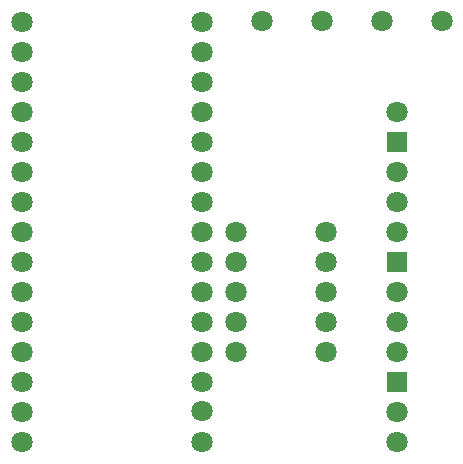
<source format=gbl>
%TF.GenerationSoftware,KiCad,Pcbnew,9.0.0*%
%TF.CreationDate,2025-03-09T19:31:36-07:00*%
%TF.ProjectId,server,73657276-6572-42e6-9b69-6361645f7063,v0.1*%
%TF.SameCoordinates,Original*%
%TF.FileFunction,Copper,L2,Bot*%
%TF.FilePolarity,Positive*%
%FSLAX46Y46*%
G04 Gerber Fmt 4.6, Leading zero omitted, Abs format (unit mm)*
G04 Created by KiCad (PCBNEW 9.0.0) date 2025-03-09 19:31:36*
%MOMM*%
%LPD*%
G01*
G04 APERTURE LIST*
%TA.AperFunction,ComponentPad*%
%ADD10C,1.800000*%
%TD*%
%TA.AperFunction,ComponentPad*%
%ADD11R,1.800000X1.800000*%
%TD*%
G04 APERTURE END LIST*
D10*
%TO.P,RGB_LED_ROUND2,1,R*%
%TO.N,Net-(RGB_LED_ROUND2-R)*%
X53340000Y-40640000D03*
D11*
%TO.P,RGB_LED_ROUND2,2,VCC*%
%TO.N,Net-(ESP32_Nano1-3.3V)*%
X53340000Y-43180000D03*
D10*
%TO.P,RGB_LED_ROUND2,3,G*%
%TO.N,Net-(RGB_LED_ROUND2-G)*%
X53340000Y-45720000D03*
%TO.P,RGB_LED_ROUND2,4,B*%
%TO.N,unconnected-(RGB_LED_ROUND2-B-Pad4)*%
X53340000Y-48260000D03*
%TD*%
%TO.P,R1,1*%
%TO.N,Net-(ESP32_Nano1-A4)*%
X39770000Y-40640000D03*
%TO.P,R1,2*%
%TO.N,Net-(RGB_LED_ROUND1-R)*%
X47390000Y-40640000D03*
%TD*%
%TO.P,ESP32_Nano1,1,TX1*%
%TO.N,unconnected-(ESP32_Nano1-TX1-Pad1)*%
X21590000Y-22860000D03*
%TO.P,ESP32_Nano1,2,RX0*%
%TO.N,unconnected-(ESP32_Nano1-RX0-Pad2)*%
X21590000Y-25400000D03*
%TO.P,ESP32_Nano1,3,RST*%
%TO.N,unconnected-(ESP32_Nano1-RST-Pad3)*%
X21590000Y-27940000D03*
%TO.P,ESP32_Nano1,4,GND*%
%TO.N,unconnected-(ESP32_Nano1-GND-Pad4)*%
X21590000Y-30480000D03*
%TO.P,ESP32_Nano1,5,D2*%
%TO.N,unconnected-(ESP32_Nano1-D2-Pad5)*%
X21590000Y-33020000D03*
%TO.P,ESP32_Nano1,6,D3*%
%TO.N,unconnected-(ESP32_Nano1-D3-Pad6)*%
X21590000Y-35560000D03*
%TO.P,ESP32_Nano1,7,D4*%
%TO.N,unconnected-(ESP32_Nano1-D4-Pad7)*%
X21590000Y-38100000D03*
%TO.P,ESP32_Nano1,8,D5*%
%TO.N,unconnected-(ESP32_Nano1-D5-Pad8)*%
X21590000Y-40640000D03*
%TO.P,ESP32_Nano1,9,D6*%
%TO.N,unconnected-(ESP32_Nano1-D6-Pad9)*%
X21590000Y-43180000D03*
%TO.P,ESP32_Nano1,10,D7*%
%TO.N,unconnected-(ESP32_Nano1-D7-Pad10)*%
X21590000Y-45720000D03*
%TO.P,ESP32_Nano1,11,D8*%
%TO.N,unconnected-(ESP32_Nano1-D8-Pad11)*%
X21590000Y-48260000D03*
%TO.P,ESP32_Nano1,12,D9*%
%TO.N,unconnected-(ESP32_Nano1-D9-Pad12)*%
X21590000Y-50800000D03*
%TO.P,ESP32_Nano1,13,D10*%
%TO.N,unconnected-(ESP32_Nano1-D10-Pad13)*%
X21590000Y-53340000D03*
%TO.P,ESP32_Nano1,14,D11*%
%TO.N,unconnected-(ESP32_Nano1-D11-Pad14)*%
X21590000Y-55880000D03*
%TO.P,ESP32_Nano1,15,D12*%
%TO.N,unconnected-(ESP32_Nano1-D12-Pad15)*%
X21590000Y-58420000D03*
%TO.P,ESP32_Nano1,16,D13*%
%TO.N,unconnected-(ESP32_Nano1-D13-Pad16)*%
X36830000Y-58420000D03*
%TO.P,ESP32_Nano1,17,3.3V*%
%TO.N,Net-(ESP32_Nano1-3.3V)*%
X36833472Y-55728102D03*
%TO.P,ESP32_Nano1,18,B0*%
%TO.N,unconnected-(ESP32_Nano1-B0-Pad18)*%
X36830000Y-53340000D03*
%TO.P,ESP32_Nano1,19,A0*%
%TO.N,Net-(ESP32_Nano1-A0)*%
X36830000Y-50800000D03*
%TO.P,ESP32_Nano1,20,A1*%
%TO.N,Net-(ESP32_Nano1-A1)*%
X36830000Y-48260000D03*
%TO.P,ESP32_Nano1,21,A2*%
%TO.N,Net-(ESP32_Nano1-A2)*%
X36830000Y-45720000D03*
%TO.P,ESP32_Nano1,22,A3*%
%TO.N,Net-(ESP32_Nano1-A3)*%
X36830000Y-43180000D03*
%TO.P,ESP32_Nano1,23,A4*%
%TO.N,Net-(ESP32_Nano1-A4)*%
X36830000Y-40640000D03*
%TO.P,ESP32_Nano1,24,A5*%
%TO.N,Net-(2_PIN_CONNECTOR2-Pin_2)*%
X36830000Y-38100000D03*
%TO.P,ESP32_Nano1,25,A6*%
%TO.N,Net-(2_PIN_CONNECTOR2-Pin_1)*%
X36830000Y-35560000D03*
%TO.P,ESP32_Nano1,26,A7*%
%TO.N,unconnected-(ESP32_Nano1-A7-Pad26)*%
X36830000Y-33020000D03*
%TO.P,ESP32_Nano1,27,VBUS*%
%TO.N,unconnected-(ESP32_Nano1-VBUS-Pad27)*%
X36830000Y-30480000D03*
%TO.P,ESP32_Nano1,28,B1*%
%TO.N,unconnected-(ESP32_Nano1-B1-Pad28)*%
X36830000Y-27940000D03*
%TO.P,ESP32_Nano1,29,GND*%
%TO.N,Net-(2_PIN_CONNECTOR1-Pin_2)*%
X36830000Y-25400000D03*
%TO.P,ESP32_Nano1,30,VIN*%
%TO.N,Net-(2_PIN_CONNECTOR1-Pin_1)*%
X36830000Y-22860000D03*
%TD*%
%TO.P,R3,1*%
%TO.N,Net-(ESP32_Nano1-A2)*%
X39770000Y-45720000D03*
%TO.P,R3,2*%
%TO.N,Net-(RGB_LED_ROUND2-R)*%
X47390000Y-45720000D03*
%TD*%
%TO.P,R2,1*%
%TO.N,Net-(ESP32_Nano1-A3)*%
X39770000Y-43180000D03*
%TO.P,R2,2*%
%TO.N,Net-(RGB_LED_ROUND1-G)*%
X47390000Y-43180000D03*
%TD*%
%TO.P,2_PIN_CONNECTOR2,1,Pin_1*%
%TO.N,Net-(2_PIN_CONNECTOR2-Pin_1)*%
X52070000Y-22760000D03*
%TO.P,2_PIN_CONNECTOR2,2,Pin_2*%
%TO.N,Net-(2_PIN_CONNECTOR2-Pin_2)*%
X57150000Y-22760000D03*
%TD*%
%TO.P,RGB_LED_ROUND1,1,R*%
%TO.N,Net-(RGB_LED_ROUND1-R)*%
X53340000Y-30480000D03*
D11*
%TO.P,RGB_LED_ROUND1,2,VCC*%
%TO.N,Net-(ESP32_Nano1-3.3V)*%
X53340000Y-33020000D03*
D10*
%TO.P,RGB_LED_ROUND1,3,G*%
%TO.N,Net-(RGB_LED_ROUND1-G)*%
X53340000Y-35560000D03*
%TO.P,RGB_LED_ROUND1,4,B*%
%TO.N,unconnected-(RGB_LED_ROUND1-B-Pad4)*%
X53340000Y-38100000D03*
%TD*%
%TO.P,2_PIN_CONNECTOR1,1,Pin_1*%
%TO.N,Net-(2_PIN_CONNECTOR1-Pin_1)*%
X41910000Y-22760000D03*
%TO.P,2_PIN_CONNECTOR1,2,Pin_2*%
%TO.N,Net-(2_PIN_CONNECTOR1-Pin_2)*%
X46990000Y-22760000D03*
%TD*%
%TO.P,RGB_LED_ROUND3,1,R*%
%TO.N,unconnected-(RGB_LED_ROUND3-R-Pad1)*%
X53330000Y-50800000D03*
D11*
%TO.P,RGB_LED_ROUND3,2,VCC*%
%TO.N,Net-(ESP32_Nano1-3.3V)*%
X53330000Y-53340000D03*
D10*
%TO.P,RGB_LED_ROUND3,3,G*%
%TO.N,unconnected-(RGB_LED_ROUND3-G-Pad3)*%
X53330000Y-55880000D03*
%TO.P,RGB_LED_ROUND3,4,B*%
%TO.N,Net-(RGB_LED_ROUND3-B)*%
X53330000Y-58420000D03*
%TD*%
%TO.P,R5,1*%
%TO.N,Net-(ESP32_Nano1-A0)*%
X39770000Y-50800000D03*
%TO.P,R5,2*%
%TO.N,Net-(RGB_LED_ROUND3-B)*%
X47390000Y-50800000D03*
%TD*%
%TO.P,R4,1*%
%TO.N,Net-(ESP32_Nano1-A1)*%
X39770000Y-48260000D03*
%TO.P,R4,2*%
%TO.N,Net-(RGB_LED_ROUND2-G)*%
X47390000Y-48260000D03*
%TD*%
M02*

</source>
